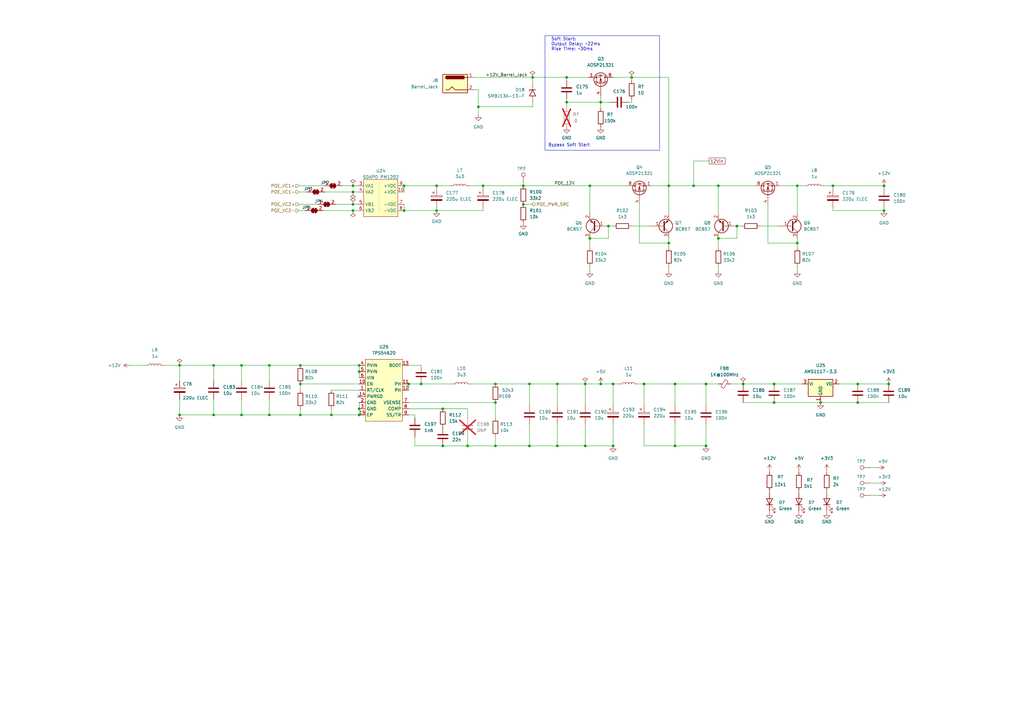
<source format=kicad_sch>
(kicad_sch (version 20230121) (generator eeschema)
  (paper "A3")
  (title_block (title "digital supply") (date "2023-11-27") (rev "r0_3") (company "M-Labs Limited") (comment 1 "Linus Woo Chun Kit"))
  (junction (at 259.08 31.75))
  (junction (at 87.63 149.86))
  (junction (at 179.07 86.36))
  (junction (at 165.735 86.36))
  (junction (at 364.49 157.48))
  (junction (at 241.935 97.79))
  (junction (at 276.86 157.48))
  (junction (at 144.78 76.2))
  (junction (at 181.61 182.88))
  (junction (at 274.32 99.695))
  (junction (at 147.32 167.64))
  (junction (at 241.935 76.2))
  (junction (at 251.46 182.88))
  (junction (at 181.61 167.64))
  (junction (at 144.78 83.82))
  (junction (at 284.48 76.2))
  (junction (at 246.38 157.48))
  (junction (at 317.5 165.1))
  (junction (at 228.6 157.48))
  (junction (at 203.2 157.48))
  (junction (at 362.585 86.36))
  (junction (at 251.46 157.48))
  (junction (at 110.49 170.18))
  (junction (at 144.78 86.36))
  (junction (at 167.64 157.48))
  (junction (at 274.32 76.2))
  (junction (at 135.89 170.18))
  (junction (at 73.66 170.18))
  (junction (at 214.63 83.82))
  (junction (at 302.26 92.71))
  (junction (at 246.38 41.91))
  (junction (at 196.215 43.815))
  (junction (at 240.03 182.88))
  (junction (at 147.32 149.86))
  (junction (at 203.2 182.88))
  (junction (at 336.55 165.1))
  (junction (at 240.03 157.48))
  (junction (at 249.555 92.71))
  (junction (at 110.49 149.86))
  (junction (at 351.79 165.1))
  (junction (at 294.64 97.79))
  (junction (at 123.19 170.18))
  (junction (at 317.5 157.48))
  (junction (at 289.56 157.48))
  (junction (at 351.79 157.48))
  (junction (at 203.2 165.1))
  (junction (at 327.025 76.2))
  (junction (at 217.17 182.88))
  (junction (at 214.63 76.2))
  (junction (at 304.8 157.48))
  (junction (at 217.17 157.48))
  (junction (at 179.07 76.2))
  (junction (at 87.63 170.18))
  (junction (at 232.41 31.75))
  (junction (at 362.585 76.2))
  (junction (at 144.78 78.74))
  (junction (at 123.19 149.86))
  (junction (at 341.63 76.2))
  (junction (at 73.66 149.86))
  (junction (at 165.735 76.2))
  (junction (at 218.44 31.75))
  (junction (at 327.025 99.695))
  (junction (at 99.06 170.18))
  (junction (at 294.64 76.2))
  (junction (at 289.56 182.88))
  (junction (at 232.41 41.91))
  (junction (at 147.32 152.4))
  (junction (at 228.6 182.88))
  (junction (at 191.77 182.88))
  (junction (at 99.06 149.86))
  (junction (at 123.19 157.48))
  (junction (at 276.86 182.88))
  (junction (at 147.32 170.18))
  (junction (at 172.72 157.48))
  (junction (at 198.12 76.2))
  (junction (at 264.16 157.48))
  (no_connect (at 147.32 162.56))
  (wire (pts (xy 337.82 76.2) (xy 341.63 76.2)))
  (wire (pts (xy 135.89 167.64) (xy 135.89 170.18)))
  (wire (pts (xy 294.64 76.2) (xy 309.88 76.2)))
  (wire (pts (xy 362.585 77.47) (xy 362.585 76.2)))
  (wire (pts (xy 87.63 149.86) (xy 99.06 149.86)))
  (wire (pts (xy 147.32 165.1) (xy 147.32 167.64)))
  (wire (pts (xy 165.735 86.36) (xy 179.07 86.36)))
  (wire (pts (xy 144.78 83.82) (xy 146.685 83.82)))
  (wire (pts (xy 140.335 76.2) (xy 144.78 76.2)))
  (wire (pts (xy 327.025 76.2) (xy 327.025 87.63)))
  (wire (pts (xy 110.49 149.86) (xy 123.19 149.86)))
  (wire (pts (xy 99.06 163.83) (xy 99.06 170.18)))
  (wire (pts (xy 339.09 209.55) (xy 339.09 210.185)))
  (wire (pts (xy 264.16 157.48) (xy 276.86 157.48)))
  (wire (pts (xy 241.935 76.2) (xy 257.175 76.2)))
  (wire (pts (xy 165.735 83.82) (xy 165.735 86.36)))
  (wire (pts (xy 294.64 97.79) (xy 294.64 101.6)))
  (wire (pts (xy 135.89 160.02) (xy 147.32 160.02)))
  (wire (pts (xy 228.6 182.88) (xy 240.03 182.88)))
  (wire (pts (xy 327.025 99.695) (xy 327.025 101.6)))
  (wire (pts (xy 218.44 31.75) (xy 194.31 31.75)))
  (wire (pts (xy 99.06 170.18) (xy 110.49 170.18)))
  (wire (pts (xy 110.49 170.18) (xy 123.19 170.18)))
  (wire (pts (xy 232.41 41.91) (xy 232.41 44.45)))
  (wire (pts (xy 192.405 76.2) (xy 198.12 76.2)))
  (wire (pts (xy 274.32 76.2) (xy 284.48 76.2)))
  (wire (pts (xy 341.63 76.2) (xy 362.585 76.2)))
  (wire (pts (xy 304.8 165.1) (xy 317.5 165.1)))
  (wire (pts (xy 170.18 179.07) (xy 170.18 182.88)))
  (wire (pts (xy 203.2 182.88) (xy 203.2 179.07)))
  (wire (pts (xy 181.61 167.64) (xy 191.77 167.64)))
  (wire (pts (xy 217.17 157.48) (xy 217.17 166.37)))
  (wire (pts (xy 53.34 149.86) (xy 59.69 149.86)))
  (wire (pts (xy 267.335 76.2) (xy 274.32 76.2)))
  (wire (pts (xy 122.555 83.82) (xy 130.175 83.82)))
  (wire (pts (xy 246.38 41.91) (xy 250.19 41.91)))
  (wire (pts (xy 147.32 149.86) (xy 147.32 152.4)))
  (wire (pts (xy 167.64 149.86) (xy 172.72 149.86)))
  (wire (pts (xy 123.19 157.48) (xy 123.19 160.02)))
  (wire (pts (xy 123.19 167.64) (xy 123.19 170.18)))
  (wire (pts (xy 73.66 163.83) (xy 73.66 170.18)))
  (wire (pts (xy 240.03 157.48) (xy 240.03 166.37)))
  (wire (pts (xy 132.715 86.36) (xy 144.78 86.36)))
  (wire (pts (xy 251.46 182.88) (xy 251.46 173.99)))
  (wire (pts (xy 259.08 40.64) (xy 259.08 41.91)))
  (wire (pts (xy 317.5 157.48) (xy 328.93 157.48)))
  (wire (pts (xy 276.86 157.48) (xy 289.56 157.48)))
  (wire (pts (xy 99.06 149.86) (xy 110.49 149.86)))
  (wire (pts (xy 320.04 76.2) (xy 327.025 76.2)))
  (wire (pts (xy 167.64 165.1) (xy 203.2 165.1)))
  (wire (pts (xy 284.48 76.2) (xy 294.64 76.2)))
  (wire (pts (xy 289.56 173.99) (xy 289.56 182.88)))
  (wire (pts (xy 251.46 157.48) (xy 251.46 166.37)))
  (wire (pts (xy 274.32 76.2) (xy 274.32 87.63)))
  (wire (pts (xy 123.19 157.48) (xy 147.32 157.48)))
  (wire (pts (xy 196.215 36.83) (xy 194.31 36.83)))
  (wire (pts (xy 218.44 41.91) (xy 218.44 43.815)))
  (wire (pts (xy 87.63 170.18) (xy 99.06 170.18)))
  (wire (pts (xy 135.89 170.18) (xy 147.32 170.18)))
  (wire (pts (xy 351.79 157.48) (xy 364.49 157.48)))
  (wire (pts (xy 179.07 76.2) (xy 179.07 77.47)))
  (wire (pts (xy 327.025 76.2) (xy 330.2 76.2)))
  (wire (pts (xy 123.19 149.86) (xy 147.32 149.86)))
  (wire (pts (xy 276.86 166.37) (xy 276.86 157.48)))
  (wire (pts (xy 144.78 78.74) (xy 146.685 78.74)))
  (wire (pts (xy 276.86 182.88) (xy 289.56 182.88)))
  (wire (pts (xy 232.41 40.64) (xy 232.41 41.91)))
  (wire (pts (xy 73.66 156.21) (xy 73.66 149.86)))
  (wire (pts (xy 232.41 41.91) (xy 246.38 41.91)))
  (wire (pts (xy 214.63 74.93) (xy 214.63 76.2)))
  (wire (pts (xy 198.12 76.2) (xy 214.63 76.2)))
  (wire (pts (xy 294.64 109.22) (xy 294.64 111.125)))
  (wire (pts (xy 122.555 86.36) (xy 125.095 86.36)))
  (wire (pts (xy 259.08 31.75) (xy 259.08 33.02)))
  (wire (pts (xy 217.17 157.48) (xy 228.6 157.48)))
  (wire (pts (xy 232.41 31.75) (xy 232.41 33.02)))
  (wire (pts (xy 259.08 41.91) (xy 257.81 41.91)))
  (wire (pts (xy 356.87 203.2) (xy 360.68 203.2)))
  (wire (pts (xy 246.38 39.37) (xy 246.38 41.91)))
  (wire (pts (xy 362.585 85.09) (xy 362.585 86.36)))
  (wire (pts (xy 203.2 157.48) (xy 217.17 157.48)))
  (wire (pts (xy 344.17 157.48) (xy 351.79 157.48)))
  (wire (pts (xy 123.19 170.18) (xy 135.89 170.18)))
  (wire (pts (xy 339.09 193.675) (xy 339.09 193.04)))
  (wire (pts (xy 198.12 76.2) (xy 198.12 77.47)))
  (wire (pts (xy 170.18 182.88) (xy 181.61 182.88)))
  (wire (pts (xy 294.64 76.2) (xy 294.64 87.63)))
  (wire (pts (xy 284.48 66.04) (xy 284.48 76.2)))
  (wire (pts (xy 290.83 66.04) (xy 284.48 66.04)))
  (wire (pts (xy 218.44 31.75) (xy 218.44 34.29)))
  (wire (pts (xy 191.77 182.88) (xy 203.2 182.88)))
  (wire (pts (xy 172.72 157.48) (xy 185.42 157.48)))
  (wire (pts (xy 261.62 157.48) (xy 264.16 157.48)))
  (wire (pts (xy 315.595 201.93) (xy 315.595 201.295)))
  (wire (pts (xy 251.46 31.75) (xy 259.08 31.75)))
  (wire (pts (xy 327.025 109.22) (xy 327.025 111.125)))
  (wire (pts (xy 110.49 163.83) (xy 110.49 170.18)))
  (wire (pts (xy 314.96 99.695) (xy 327.025 99.695)))
  (wire (pts (xy 249.555 92.71) (xy 251.46 92.71)))
  (wire (pts (xy 341.63 76.2) (xy 341.63 77.47)))
  (wire (pts (xy 203.2 182.88) (xy 217.17 182.88)))
  (wire (pts (xy 254 157.48) (xy 251.46 157.48)))
  (wire (pts (xy 360.045 191.77) (xy 356.87 191.77)))
  (wire (pts (xy 196.215 43.815) (xy 218.44 43.815)))
  (wire (pts (xy 246.38 41.91) (xy 246.38 44.45)))
  (wire (pts (xy 241.935 97.79) (xy 241.935 101.6)))
  (wire (pts (xy 198.12 85.09) (xy 198.12 86.36)))
  (wire (pts (xy 241.935 76.2) (xy 241.935 87.63)))
  (wire (pts (xy 314.96 83.82) (xy 314.96 99.695)))
  (wire (pts (xy 228.6 157.48) (xy 240.03 157.48)))
  (wire (pts (xy 264.16 182.88) (xy 264.16 173.99)))
  (wire (pts (xy 73.66 149.86) (xy 87.63 149.86)))
  (wire (pts (xy 315.595 193.675) (xy 315.595 193.04)))
  (wire (pts (xy 262.255 83.82) (xy 262.255 99.695)))
  (wire (pts (xy 179.07 86.36) (xy 179.07 85.09)))
  (wire (pts (xy 179.07 76.2) (xy 184.785 76.2)))
  (wire (pts (xy 147.32 167.64) (xy 147.32 170.18)))
  (wire (pts (xy 299.72 157.48) (xy 304.8 157.48)))
  (wire (pts (xy 196.215 43.815) (xy 196.215 36.83)))
  (wire (pts (xy 274.32 109.22) (xy 274.32 111.125)))
  (wire (pts (xy 241.935 109.22) (xy 241.935 111.125)))
  (wire (pts (xy 144.78 76.2) (xy 146.685 76.2)))
  (wire (pts (xy 232.41 31.75) (xy 241.3 31.75)))
  (wire (pts (xy 87.63 149.86) (xy 87.63 156.21)))
  (wire (pts (xy 165.735 76.2) (xy 165.735 78.74)))
  (wire (pts (xy 317.5 165.1) (xy 336.55 165.1)))
  (wire (pts (xy 203.2 171.45) (xy 203.2 165.1)))
  (wire (pts (xy 339.09 201.295) (xy 339.09 201.93)))
  (wire (pts (xy 167.64 157.48) (xy 172.72 157.48)))
  (wire (pts (xy 122.555 76.2) (xy 132.715 76.2)))
  (wire (pts (xy 137.795 83.82) (xy 144.78 83.82)))
  (wire (pts (xy 147.32 152.4) (xy 147.32 154.94)))
  (wire (pts (xy 170.18 170.18) (xy 170.18 171.45)))
  (wire (pts (xy 193.04 157.48) (xy 203.2 157.48)))
  (wire (pts (xy 241.935 97.79) (xy 249.555 97.79)))
  (wire (pts (xy 133.35 78.74) (xy 144.78 78.74)))
  (wire (pts (xy 198.12 86.36) (xy 179.07 86.36)))
  (wire (pts (xy 214.63 83.82) (xy 218.44 83.82)))
  (wire (pts (xy 144.78 86.36) (xy 146.685 86.36)))
  (wire (pts (xy 327.66 193.04) (xy 327.66 193.675)))
  (wire (pts (xy 228.6 157.48) (xy 228.6 166.37)))
  (wire (pts (xy 218.44 31.75) (xy 232.41 31.75)))
  (wire (pts (xy 264.16 182.88) (xy 276.86 182.88)))
  (wire (pts (xy 87.63 163.83) (xy 87.63 170.18)))
  (wire (pts (xy 191.77 182.88) (xy 191.77 179.07)))
  (wire (pts (xy 249.555 97.79) (xy 249.555 92.71)))
  (wire (pts (xy 294.64 97.79) (xy 302.26 97.79)))
  (wire (pts (xy 240.03 173.99) (xy 240.03 182.88)))
  (wire (pts (xy 217.17 173.99) (xy 217.17 182.88)))
  (wire (pts (xy 167.64 170.18) (xy 170.18 170.18)))
  (wire (pts (xy 327.025 97.79) (xy 327.025 99.695)))
  (wire (pts (xy 165.735 76.2) (xy 179.07 76.2)))
  (wire (pts (xy 315.595 210.185) (xy 315.595 209.55)))
  (wire (pts (xy 246.38 157.48) (xy 251.46 157.48)))
  (wire (pts (xy 181.61 182.88) (xy 191.77 182.88)))
  (wire (pts (xy 341.63 86.36) (xy 362.585 86.36)))
  (wire (pts (xy 327.66 210.185) (xy 327.66 209.55)))
  (wire (pts (xy 73.66 170.18) (xy 87.63 170.18)))
  (wire (pts (xy 276.86 173.99) (xy 276.86 182.88)))
  (wire (pts (xy 302.26 92.71) (xy 304.165 92.71)))
  (wire (pts (xy 67.31 149.86) (xy 73.66 149.86)))
  (wire (pts (xy 228.6 173.99) (xy 228.6 182.88)))
  (wire (pts (xy 110.49 149.86) (xy 110.49 156.21)))
  (wire (pts (xy 264.16 166.37) (xy 264.16 157.48)))
  (wire (pts (xy 191.77 167.64) (xy 191.77 171.45)))
  (wire (pts (xy 327.66 201.93) (xy 327.66 201.295)))
  (wire (pts (xy 360.68 198.12) (xy 356.87 198.12)))
  (wire (pts (xy 240.03 182.88) (xy 251.46 182.88)))
  (wire (pts (xy 274.32 99.695) (xy 274.32 101.6)))
  (wire (pts (xy 122.555 78.74) (xy 125.73 78.74)))
  (wire (pts (xy 262.255 99.695) (xy 274.32 99.695)))
  (wire (pts (xy 341.63 86.36) (xy 341.63 85.09)))
  (wire (pts (xy 351.79 165.1) (xy 364.49 165.1)))
  (wire (pts (xy 167.64 167.64) (xy 181.61 167.64)))
  (wire (pts (xy 304.8 157.48) (xy 317.5 157.48)))
  (wire (pts (xy 274.32 31.75) (xy 274.32 76.2)))
  (wire (pts (xy 259.08 92.71) (xy 266.7 92.71)))
  (wire (pts (xy 99.06 156.21) (xy 99.06 149.86)))
  (wire (pts (xy 311.785 92.71) (xy 319.405 92.71)))
  (wire (pts (xy 289.56 157.48) (xy 294.64 157.48)))
  (wire (pts (xy 302.26 97.79) (xy 302.26 92.71)))
  (wire (pts (xy 167.64 157.48) (xy 167.64 160.02)))
  (wire (pts (xy 259.08 31.75) (xy 274.32 31.75)))
  (wire (pts (xy 214.63 76.2) (xy 241.935 76.2)))
  (wire (pts (xy 274.32 97.79) (xy 274.32 99.695)))
  (wire (pts (xy 240.03 157.48) (xy 246.38 157.48)))
  (wire (pts (xy 217.17 182.88) (xy 228.6 182.88)))
  (wire (pts (xy 196.215 46.99) (xy 196.215 43.815)))
  (wire (pts (xy 289.56 166.37) (xy 289.56 157.48)))
  (wire (pts (xy 336.55 165.1) (xy 351.79 165.1)))
  (rectangle (start 223.52 14.605) (end 270.51 61.595))
  (text "Bypass Soft Start" (at 241.935 60.325 0) (effects (font (size 1.27 1.27)) (justify right bottom)))
  (text "Soft Start:\nOutput Delay: ~22ms\nRise Time: ~30ms\n" (at 226.06 20.955 0) (effects (font (size 1.27 1.27)) (justify left bottom)))
  (label "POE_12V" (at 227.33 76.2 0))
  (label "+12V_Barrel_Jack" (at 199.136 31.75 0))
  (global_label "12Vin" (shape passive) (at 290.83 66.04 0) (property "Intersheetrefs" "${INTERSHEET_REFS}" (effects hide)))
  (hierarchical_label "POE_PWR_SRC" (shape output) (at 218.44 83.82 0))
  (hierarchical_label "POE_VC2+" (shape input) (at 122.555 83.82 180))
  (hierarchical_label "POE_VC2-" (shape input) (at 122.555 86.36 180))
  (hierarchical_label "POE_VC1-" (shape input) (at 122.555 78.74 180))
  (hierarchical_label "POE_VC1+" (shape input) (at 122.555 76.2 180))
  (symbol (lib_id "Device:L") (at 189.23 157.48 90) (unit 1)
    (property "Reference" "L10" (at 189.23 151.13 90))
    (property "Value" "3u3" (at 189.23 153.67 90))
    (property "Footprint" "Inductor_SMD:L_Wuerth_MAPI-4020" (effects hide))
    (property "MFR_PN" "74438356033" (effects hide))
  )
  (symbol (lib_id "Device:C") (at 276.86 170.18 0) (unit 1)
    (property "Reference" "C195" (at 280.67 168.9099 0) (effects (justify left)))
    (property "Value" "10u" (at 280.67 171.4499 0) (effects (justify left)))
    (property "Footprint" "Capacitor_SMD:C_0805_2012Metric" (effects hide))
    (property "MFR_PN" "CL21B106KOQNNNG" (effects hide))
    (property "MFR_PN_ALT" "CL21B106KOQNNNE" (effects hide))
  )
  (symbol (lib_id "Device:C") (at 362.585 81.28 0) (unit 1)
    (property "Reference" "C180" (at 366.395 80.0099 0) (effects (justify left)))
    (property "Value" "100n" (at 366.395 82.5499 0) (effects (justify left)))
    (property "Footprint" "Capacitor_SMD:C_0603_1608Metric" (effects hide))
    (property "MFR_PN" "CL10B104KB8NNWC" (effects hide))
    (property "MFR_PN_ALT" "CL10B104KB8NNNL" (effects hide))
  )
  (symbol (lib_id "power:+5V") (at 327.66 193.04 0) (unit 1)
    (property "Reference" "#PWR0211" (effects hide))
    (property "Value" "+5V" (at 327.66 187.96 0))
  )
  (symbol (lib_id "Jumper:SolderJumper_2_Bridged") (at 136.525 76.2 0) (unit 1) (in_bom no)
    (property "Reference" "JP2" (at 133.35 74.93 0))
    (property "Value" "SolderJumper_2_Bridged" (effects hide))
    (property "Footprint" "Jumper:SolderJumper-2_P1.3mm_Bridged2Bar_Pad1.0x1.5mm" (effects hide))
  )
  (symbol (lib_id "Device:C_Polarized") (at 341.63 81.28 0) (unit 1)
    (property "Reference" "C179" (at 345.44 79.121 0) (effects (justify left)))
    (property "Value" "220u ELEC" (at 345.44 81.661 0) (effects (justify left)))
    (property "Footprint" "kirdy:Cap_Elec_SMD_865080345012" (effects hide))
    (property "MFR_PN" "865080345012" (effects hide))
  )
  (symbol (lib_id "Device:C_Polarized") (at 179.07 81.28 0) (unit 1)
    (property "Reference" "C177" (at 182.88 79.121 0) (effects (justify left)))
    (property "Value" "220u ELEC" (at 182.88 81.661 0) (effects (justify left)))
    (property "Footprint" "kirdy:Cap_Elec_SMD_865080345012" (effects hide))
    (property "MFR_PN" "865080345012" (effects hide))
    (instances (project "kirdy" (path "" (reference "C177") (unit 1)) (path "" (reference "C?") (unit 1))))
  )
  (symbol (lib_id "Device:R") (at 294.64 105.41 0) (unit 1)
    (property "Reference" "R106" (at 296.545 104.1399 0) (effects (justify left)))
    (property "Value" "33k2" (at 296.545 106.6799 0) (effects (justify left)))
    (property "Footprint" "Resistor_SMD:R_0603_1608Metric" (effects hide))
    (property "MFR_PN" "CR0603-FX-3322ELF" (effects hide))
    (property "MFR_PN_ALT" "RC0603FR-0733K2L" (effects hide))
  )
  (symbol (lib_id "Device:C") (at 170.18 175.26 0) (unit 1)
    (property "Reference" "C197" (at 173.99 173.9899 0) (effects (justify left)))
    (property "Value" "1n6" (at 173.99 176.5299 0) (effects (justify left)))
    (property "Footprint" "Capacitor_SMD:C_0603_1608Metric" (effects hide))
    (property "MFR_PN" "GCM1885C1H162FA16D" (effects hide))
    (property "MFR_PN_ALT" "C0603C162J5GAC7867" (effects hide))
  )
  (symbol (lib_id "Device:C_Polarized") (at 264.16 170.18 0) (unit 1)
    (property "Reference" "C194" (at 267.97 168.0209 0) (effects (justify left)))
    (property "Value" "220u" (at 267.97 170.5609 0) (effects (justify left)))
    (property "Footprint" "Capacitor_Tantalum_SMD:CP_EIA-7343-15_Kemet-W" (effects hide))
    (property "MFR_PN" "T491D227K016AT" (effects hide))
    (property "MFR_PN_ALT" "293D227X9016E2TE3" (effects hide))
  )
  (symbol (lib_id "Transistor_BJT:BC857") (at 324.485 92.71 0) (mirror x) (unit 1)
    (property "Reference" "Q9" (at 329.565 91.4399 0) (effects (justify left)))
    (property "Value" "BC857" (at 329.565 93.9799 0) (effects (justify left)))
    (property "Footprint" "Package_TO_SOT_SMD:SOT-23" (effects hide))
    (property "Datasheet" "https://www.onsemi.com/pub/Collateral/BC860-D.pdf" (effects hide))
    (property "MFR_PN" "BC857B-TP" (effects hide))
    (property "MFR_PN_ALT" "BC857C-TP" (effects hide))
  )
  (symbol (lib_id "Device:C") (at 240.03 170.18 0) (unit 1)
    (property "Reference" "C192" (at 243.84 168.9099 0) (effects (justify left)))
    (property "Value" "10u" (at 243.84 171.4499 0) (effects (justify left)))
    (property "Footprint" "Capacitor_SMD:C_0805_2012Metric" (effects hide))
    (property "MFR_PN" "CL21B106KOQNNNG" (effects hide))
    (property "MFR_PN_ALT" "CL21B106KOQNNNE" (effects hide))
  )
  (symbol (lib_id "power:+12V") (at 315.595 193.04 0) (unit 1)
    (property "Reference" "#PWR0210" (effects hide))
    (property "Value" "+12V" (at 315.595 187.96 0))
  )
  (symbol (lib_id "power:GND") (at 196.215 46.99 0) (mirror y) (unit 1)
    (property "Reference" "#PWR0191" (effects hide))
    (property "Value" "GND" (at 196.215 52.07 0))
  )
  (symbol (lib_id "power:GND") (at 274.32 111.125 0) (unit 1)
    (property "Reference" "#PWR0199" (effects hide))
    (property "Value" "GND" (at 274.32 116.205 0))
  )
  (symbol (lib_id "Device:R") (at 181.61 171.45 0) (unit 1)
    (property "Reference" "R112" (at 184.15 170.1799 0) (effects (justify left)))
    (property "Value" "15k" (at 184.15 172.7199 0) (effects (justify left)))
    (property "Footprint" "Resistor_SMD:R_0603_1608Metric" (effects hide))
    (property "MFR_PN" "RT0603FRE0715KL" (effects hide))
  )
  (symbol (lib_id "Device:C") (at 304.8 161.29 0) (unit 1)
    (property "Reference" "C186" (at 308.61 160.0199 0) (effects (justify left)))
    (property "Value" "10u" (at 308.61 162.5599 0) (effects (justify left)))
    (property "Footprint" "Capacitor_SMD:C_0805_2012Metric" (effects hide))
    (property "MFR_PN" "CL21B106KOQNNNG" (effects hide))
    (property "MFR_PN_ALT" "CL21B106KOQNNNE" (effects hide))
  )
  (symbol (lib_id "Device:C") (at 351.79 161.29 0) (unit 1)
    (property "Reference" "C188" (at 355.6 160.0199 0) (effects (justify left)))
    (property "Value" "100n" (at 355.6 162.5599 0) (effects (justify left)))
    (property "Footprint" "Capacitor_SMD:C_0603_1608Metric" (effects hide))
    (property "MFR_PN" "CL10B104KB8NNWC" (effects hide))
    (property "MFR_PN_ALT" "CL10B104KB8NNNL" (effects hide))
  )
  (symbol (lib_id "power:+12V") (at 362.585 76.2 0) (unit 1)
    (property "Reference" "#PWR0194" (effects hide))
    (property "Value" "+12V" (at 362.585 71.12 0))
  )
  (symbol (lib_id "power:PWR_FLAG") (at 304.8 157.48 0) (unit 1)
    (property "Reference" "#FLG027" (effects hide))
    (property "Value" "PWR_FLAG" (effects hide))
  )
  (symbol (lib_id "power:GND") (at 241.935 111.125 0) (unit 1)
    (property "Reference" "#PWR0198" (effects hide))
    (property "Value" "GND" (at 241.935 116.205 0))
  )
  (symbol (lib_id "Device:L") (at 188.595 76.2 90) (unit 1)
    (property "Reference" "L7" (at 188.595 69.85 90))
    (property "Value" "3u3" (at 188.595 72.39 90))
    (property "Footprint" "Inductor_SMD:L_Wuerth_MAPI-4020" (effects hide))
    (property "MFR_PN" "74438356033" (effects hide))
  )
  (symbol (lib_id "Device:C") (at 87.63 160.02 0) (unit 1)
    (property "Reference" "C183" (at 91.44 158.7499 0) (effects (justify left)))
    (property "Value" "10u" (at 91.44 161.2899 0) (effects (justify left)))
    (property "Footprint" "Capacitor_SMD:C_0805_2012Metric" (effects hide))
    (property "MFR_PN" "CL21B106KOQNNNG" (effects hide))
    (property "MFR_PN_ALT" "CL21B106KOQNNNE" (effects hide))
  )
  (symbol (lib_id "power:PWR_FLAG") (at 144.78 86.36 180) (unit 1)
    (property "Reference" "#FLG024" (effects hide))
    (property "Value" "PWR_FLAG" (effects hide))
  )
  (symbol (lib_id "Device:R") (at 123.19 153.67 0) (unit 1)
    (property "Reference" "R108" (at 125.095 152.3999 0) (effects (justify left)))
    (property "Value" "82k" (at 125.095 154.9399 0) (effects (justify left)))
    (property "Footprint" "Resistor_SMD:R_0603_1608Metric" (effects hide))
    (property "MFR_PN" "CRGCQ0603F82K" (effects hide))
    (property "MFR_PN_ALT" "RMCF0603FT82K0" (effects hide))
  )
  (symbol (lib_id "Connector:TestPoint") (at 356.87 203.2 90) (unit 1) (in_bom no)
    (property "Reference" "TP?" (at 354.965 200.66 90) (effects (justify left)))
    (property "Value" "TestPoint" (effects hide))
    (property "Footprint" "TestPoint:TestPoint_Pad_1.0x1.0mm" (effects hide))
    (instances (project "kirdy" (path "" (reference "TP?") (unit 1)) (path "" (reference "TP?") (unit 1)) (path "" (reference "TP15") (unit 1))))
  )
  (symbol (lib_id "Device:C_Polarized") (at 251.46 170.18 0) (unit 1)
    (property "Reference" "C193" (at 255.27 168.0209 0) (effects (justify left)))
    (property "Value" "220u" (at 255.27 170.5609 0) (effects (justify left)))
    (property "Footprint" "Capacitor_Tantalum_SMD:CP_EIA-7343-15_Kemet-W" (effects hide))
    (property "MFR_PN" "T491D227K016AT" (effects hide))
    (property "MFR_PN_ALT" "293D227X9016E2TE3" (effects hide))
  )
  (symbol (lib_id "kirdy:PM1202") (at 155.575 83.82 0) (unit 1)
    (property "Reference" "U24" (at 156.21 70.0872 0))
    (property "Value" "SDAPO PM1202" (at 156.21 72.6241 0))
    (property "Footprint" "kirdy:PM1202" (effects hide))
    (property "Datasheet" "https://www.sdapo.net/product/product-12-386.html" (effects hide))
    (property "MFR_PN" "PM1202" (effects hide))
    (property "Comment" "https://m.tb.cn/h.5mqugBw?tk=N0blWf9e2cn" (effects hide))
  )
  (symbol (lib_id "Device:R") (at 307.975 92.71 90) (unit 1)
    (property "Reference" "R103" (at 307.975 86.36 90))
    (property "Value" "1k3" (at 307.975 88.9 90))
    (property "Footprint" "Resistor_SMD:R_0603_1608Metric" (effects hide))
    (property "MFR_PN" "RC0603FR-071K3L" (effects hide))
    (property "MFR_PN_ALT" "CRCW06031K30FKEAC" (effects hide))
  )
  (symbol (lib_id "Device:C") (at 172.72 153.67 0) (unit 1)
    (property "Reference" "C181" (at 176.53 152.3999 0) (effects (justify left)))
    (property "Value" "100n" (at 176.53 154.9399 0) (effects (justify left)))
    (property "Footprint" "Capacitor_SMD:C_0603_1608Metric" (effects hide))
    (property "MFR_PN" "CL10B104KB8NNWC" (effects hide))
    (property "MFR_PN_ALT" "CL10B104KB8NNNL" (effects hide))
  )
  (symbol (lib_id "Device:R") (at 232.41 48.26 180) (unit 1) (dnp yes)
    (property "Reference" "R?" (at 236.22 46.99 0))
    (property "Value" "0" (at 236.22 49.53 0))
    (property "Footprint" "Resistor_SMD:R_0603_1608Metric" (effects hide))
    (property "MFR_PN" "RMCF0603ZT0R00" (effects hide))
    (property "MFR_PN_ALT" "CR0603-J/-000ELF" (effects hide))
    (instances (project "kirdy" (path "" (reference "R?") (unit 1)) (path "" (reference "R98") (unit 1))))
  )
  (symbol (lib_id "Diode:SM6T15A") (at 218.44 38.1 90) (mirror x) (unit 1)
    (property "Reference" "D18" (at 215.265 36.8299 90) (effects (justify left)))
    (property "Value" "SMBJ13A-13-F" (at 215.265 39.3699 90) (effects (justify left)))
    (property "Footprint" "Diode_SMD:D_SMB" (effects hide))
    (property "Datasheet" "https://www.st.com/resource/en/datasheet/sm6t.pdf" (effects hide))
    (property "MFR_PN" "SMBJ13A-13-F" (effects hide))
    (property "MFR_PN_ALT" "P6SMB16A" (effects hide))
  )
  (symbol (lib_id "power:PWR_FLAG") (at 144.78 78.74 180) (unit 1)
    (property "Reference" "#FLG022" (effects hide))
    (property "Value" "PWR_FLAG" (effects hide))
  )
  (symbol (lib_id "Device:LED") (at 315.595 205.74 90) (unit 1)
    (property "Reference" "D?" (at 319.405 206.0575 90) (effects (justify right)))
    (property "Value" "Green" (at 319.405 208.5975 90) (effects (justify right)))
    (property "Footprint" "LED_SMD:LED_0603_1608Metric" (effects hide))
    (property "MFR_PN" "150060GS75000" (effects hide))
    (instances (project "kirdy" (path "" (reference "D?") (unit 1)) (path "" (reference "D19") (unit 1))))
  )
  (symbol (lib_id "power:PWR_FLAG") (at 144.78 83.82 0) (unit 1)
    (property "Reference" "#FLG023" (effects hide))
    (property "Value" "PWR_FLAG" (effects hide))
  )
  (symbol (lib_id "Jumper:SolderJumper_2_Bridged") (at 128.905 86.36 0) (unit 1) (in_bom no)
    (property "Reference" "JP5" (at 125.73 85.09 0))
    (property "Value" "SolderJumper_2_Bridged" (effects hide))
    (property "Footprint" "Jumper:SolderJumper-2_P1.3mm_Bridged2Bar_Pad1.0x1.5mm" (effects hide))
  )
  (symbol (lib_id "Device:C") (at 228.6 170.18 0) (unit 1)
    (property "Reference" "C191" (at 232.41 168.9099 0) (effects (justify left)))
    (property "Value" "10u" (at 232.41 171.4499 0) (effects (justify left)))
    (property "Footprint" "Capacitor_SMD:C_0805_2012Metric" (effects hide))
    (property "MFR_PN" "CL21B106KOQNNNG" (effects hide))
    (property "MFR_PN_ALT" "CL21B106KOQNNNE" (effects hide))
  )
  (symbol (lib_id "Device:R") (at 203.2 161.29 180) (unit 1)
    (property "Reference" "R109" (at 207.01 162.56 0))
    (property "Value" "52k3" (at 208.28 160.02 0))
    (property "Footprint" "Resistor_SMD:R_0603_1608Metric" (effects hide))
    (property "MFR_PN" "CR0603-FX-5232ELF" (effects hide))
    (property "MFR_PN_ALT" "ERJ-3EKF5232V" (effects hide))
  )
  (symbol (lib_id "Device:C") (at 191.77 175.26 0) (unit 1) (dnp yes)
    (property "Reference" "C198" (at 195.58 173.9899 0) (effects (justify left)))
    (property "Value" "DNP" (at 195.58 176.5299 0) (effects (justify left)))
    (property "Footprint" "Capacitor_SMD:C_0603_1608Metric" (effects hide))
  )
  (symbol (lib_id "power:PWR_FLAG") (at 259.08 31.75 0) (mirror y) (unit 1)
    (property "Reference" "#FLG020" (effects hide))
    (property "Value" "PWR_FLAG" (effects hide))
  )
  (symbol (lib_id "Device:R") (at 214.63 80.01 0) (unit 1)
    (property "Reference" "R100" (at 217.17 78.7399 0) (effects (justify left)))
    (property "Value" "33k2" (at 217.17 81.2799 0) (effects (justify left)))
    (property "Footprint" "Resistor_SMD:R_0603_1608Metric" (effects hide))
    (property "MFR_PN" "CR0603-FX-3322ELF" (effects hide))
    (property "MFR_PN_ALT" "RC0603FR-0733K2L" (effects hide))
  )
  (symbol (lib_id "power:GND") (at 73.66 170.18 0) (unit 1)
    (property "Reference" "#PWR0206" (effects hide))
    (property "Value" "GND" (at 73.66 175.26 0))
  )
  (symbol (lib_id "Device:R") (at 255.27 92.71 90) (unit 1)
    (property "Reference" "R102" (at 255.27 86.36 90))
    (property "Value" "1k3" (at 255.27 88.9 90))
    (property "Footprint" "Resistor_SMD:R_0603_1608Metric" (effects hide))
    (property "MFR_PN" "RC0603FR-071K3L" (effects hide))
    (property "MFR_PN_ALT" "CRCW06031K30FKEAC" (effects hide))
  )
  (symbol (lib_id "Device:L") (at 257.81 157.48 90) (unit 1)
    (property "Reference" "L11" (at 257.81 151.13 90))
    (property "Value" "1u" (at 257.81 153.67 90))
    (property "Footprint" "Inductor_SMD:L_1008_2520Metric" (effects hide))
    (property "MFR_PN" "DFE252012F-1R0M=P2" (effects hide))
    (property "MFR_PN_ALT" "DFE252012P-1R0M=P2" (effects hide))
  )
  (symbol (lib_id "Device:LED") (at 327.66 205.74 90) (unit 1)
    (property "Reference" "D?" (at 331.47 206.0575 90) (effects (justify right)))
    (property "Value" "Green" (at 331.47 208.5975 90) (effects (justify right)))
    (property "Footprint" "LED_SMD:LED_0603_1608Metric" (effects hide))
    (property "MFR_PN" "150060GS75000" (effects hide))
    (instances (project "kirdy" (path "" (reference "D?") (unit 1)) (path "" (reference "D20") (unit 1))))
  )
  (symbol (lib_id "Device:R") (at 259.08 36.83 180) (unit 1)
    (property "Reference" "R?" (at 262.89 35.56 0))
    (property "Value" "10" (at 262.89 38.1 0))
    (property "Footprint" "Resistor_SMD:R_0603_1608Metric" (effects hide))
    (property "MFR_PN" "RT0603BRD0710RL" (effects hide))
    (property "MFR_PN_ALT" "WR06X10R0FTL" (effects hide))
    (instances (project "kirdy" (path "" (reference "R?") (unit 1)) (path "" (reference "R97") (unit 1))))
  )
  (symbol (lib_id "Device:C") (at 289.56 170.18 0) (unit 1)
    (property "Reference" "C196" (at 293.37 168.9099 0) (effects (justify left)))
    (property "Value" "100n" (at 293.37 171.4499 0) (effects (justify left)))
    (property "Footprint" "Capacitor_SMD:C_0603_1608Metric" (effects hide))
    (property "MFR_PN" "CL10B104KB8NNWC" (effects hide))
    (property "MFR_PN_ALT" "CL10B104KB8NNNL" (effects hide))
  )
  (symbol (lib_id "power:+5V") (at 246.38 157.48 0) (unit 1)
    (property "Reference" "#PWR0203" (effects hide))
    (property "Value" "+5V" (at 246.38 152.4 0))
  )
  (symbol (lib_id "Device:R") (at 241.935 105.41 0) (unit 1)
    (property "Reference" "R104" (at 243.84 104.1399 0) (effects (justify left)))
    (property "Value" "33k2" (at 243.84 106.6799 0) (effects (justify left)))
    (property "Footprint" "Resistor_SMD:R_0603_1608Metric" (effects hide))
    (property "MFR_PN" "CR0603-FX-3322ELF" (effects hide))
    (property "MFR_PN_ALT" "RC0603FR-0733K2L" (effects hide))
  )
  (symbol (lib_id "power:PWR_FLAG") (at 73.66 149.86 0) (unit 1)
    (property "Reference" "#FLG025" (effects hide))
    (property "Value" "PWR_FLAG" (effects hide))
  )
  (symbol (lib_id "Transistor_BJT:BC857") (at 297.18 92.71 180) (unit 1)
    (property "Reference" "Q8" (at 291.465 91.4399 0) (effects (justify left)))
    (property "Value" "BC857" (at 291.465 93.9799 0) (effects (justify left)))
    (property "Footprint" "Package_TO_SOT_SMD:SOT-23" (effects hide))
    (property "Datasheet" "https://www.onsemi.com/pub/Collateral/BC860-D.pdf" (effects hide))
    (property "MFR_PN" "BC857B-TP" (effects hide))
    (property "MFR_PN_ALT" "BC857C-TP" (effects hide))
  )
  (symbol (lib_id "power:GND") (at 327.025 111.125 0) (unit 1)
    (property "Reference" "#PWR0201" (effects hide))
    (property "Value" "GND" (at 327.025 116.205 0))
  )
  (symbol (lib_id "Device:R") (at 327.66 197.485 180) (unit 1)
    (property "Reference" "R?" (at 332.105 196.85 0))
    (property "Value" "5k1" (at 331.47 199.39 0))
    (property "Footprint" "Resistor_SMD:R_0603_1608Metric" (effects hide))
    (property "MFR_PN" "RMCF0603FT5K10" (effects hide))
    (property "MFR_PN_ALT" "CR0603-FX-5101ELF" (effects hide))
    (instances (project "kirdy" (path "" (reference "R?") (unit 1)) (path "" (reference "R?") (unit 1)) (path "" (reference "R115") (unit 1))))
  )
  (symbol (lib_id "Device:R") (at 203.2 175.26 0) (unit 1)
    (property "Reference" "R113" (at 205.105 173.9899 0) (effects (justify left)))
    (property "Value" "10k" (at 205.105 176.5299 0) (effects (justify left)))
    (property "Footprint" "Resistor_SMD:R_0603_1608Metric" (effects hide))
    (property "MFR_PN" "RNCP0603FTD10K0" (effects hide))
    (property "MFR_PN_ALT" "RMCF0603FT10K0" (effects hide))
  )
  (symbol (lib_id "Device:C_Polarized") (at 73.66 160.02 0) (unit 1)
    (property "Reference" "C76" (at 74.93 157.48 0) (effects (justify left)))
    (property "Value" "220u ELEC" (at 74.93 163.195 0) (effects (justify left)))
    (property "Footprint" "kirdy:Cap_Elec_SMD_865080345012" (effects hide))
    (property "MFR_PN" "865080345012" (effects hide))
  )
  (symbol (lib_id "Device:R") (at 339.09 197.485 180) (unit 1)
    (property "Reference" "R?" (at 341.63 196.215 0) (effects (justify right)))
    (property "Value" "2k" (at 341.63 198.755 0) (effects (justify right)))
    (property "Footprint" "Resistor_SMD:R_0603_1608Metric" (effects hide))
    (property "MFR_PN" "RC0603FR-072KL" (effects hide))
    (property "MFR_PN_ALT" "ERJ-3EKF2001V" (effects hide))
    (instances (project "kirdy" (path "" (reference "R?") (unit 1)) (path "" (reference "R?") (unit 1)) (path "" (reference "R116") (unit 1))))
  )
  (symbol (lib_id "Device:C") (at 181.61 179.07 0) (unit 1)
    (property "Reference" "C199" (at 185.42 177.7999 0) (effects (justify left)))
    (property "Value" "22n" (at 185.42 180.3399 0) (effects (justify left)))
    (property "Footprint" "Capacitor_SMD:C_0603_1608Metric" (effects hide))
    (property "MFR_PN" "06035C223JAT2A" (effects hide))
    (property "MFR_PN_ALT" "0603B223J250CT" (effects hide))
  )
  (symbol (lib_id "power:+3V3") (at 339.09 193.04 0) (unit 1)
    (property "Reference" "#PWR0212" (effects hide))
    (property "Value" "+3V3" (at 339.09 187.96 0))
  )
  (symbol (lib_id "Device:C") (at 254 41.91 90) (unit 1)
    (property "Reference" "C176" (at 254 37.465 90))
    (property "Value" "100n" (at 259.08 43.815 90))
    (property "Footprint" "Capacitor_SMD:C_0603_1608Metric" (effects hide))
    (property "MFR_PN" "CL10B104KB8NNWC" (effects hide))
    (property "MFR_PN_ALT" "CL10B104KB8NNNL" (effects hide))
  )
  (symbol (lib_id "Transistor_FET:FDS9435A") (at 246.38 34.29 270) (mirror x) (unit 1)
    (property "Reference" "Q3" (at 246.38 24.13 90))
    (property "Value" "AOSP21321" (at 246.38 26.67 90))
    (property "Footprint" "Package_SO:SOIC-8_3.9x4.9mm_P1.27mm" (effects hide))
    (property "Datasheet" "https://www.onsemi.com/pub/Collateral/FDS9435A-D.PDF" (effects hide))
    (property "MFR_PN" "AOSP21321" (effects hide))
    (property "MFR_PN_ALT" "AO4411" (effects hide))
  )
  (symbol (lib_id "power:GND") (at 179.07 86.36 0) (unit 1)
    (property "Reference" "#PWR0195" (effects hide))
    (property "Value" "GND" (at 179.07 90.8034 0))
  )
  (symbol (lib_id "power:PWR_FLAG") (at 144.78 76.2 0) (unit 1)
    (property "Reference" "#FLG021" (effects hide))
    (property "Value" "PWR_FLAG" (effects hide))
  )
  (symbol (lib_id "power:GND") (at 362.585 86.36 0) (unit 1)
    (property "Reference" "#PWR0196" (effects hide))
    (property "Value" "GND" (at 362.585 91.44 0))
  )
  (symbol (lib_id "Device:C") (at 110.49 160.02 0) (unit 1)
    (property "Reference" "C185" (at 114.3 158.7499 0) (effects (justify left)))
    (property "Value" "100n" (at 114.3 161.2899 0) (effects (justify left)))
    (property "Footprint" "Capacitor_SMD:C_0603_1608Metric" (effects hide))
    (property "MFR_PN" "CL10B104KB8NNWC" (effects hide))
    (property "MFR_PN_ALT" "CL10B104KB8NNNL" (effects hide))
  )
  (symbol (lib_id "power:GND") (at 214.63 91.44 0) (unit 1)
    (property "Reference" "#PWR0197" (effects hide))
    (property "Value" "GND" (at 214.63 95.885 0))
  )
  (symbol (lib_id "Device:L") (at 63.5 149.86 90) (unit 1)
    (property "Reference" "L9" (at 63.5 143.51 90))
    (property "Value" "1u" (at 63.5 146.05 90))
    (property "Footprint" "Inductor_SMD:L_1008_2520Metric" (effects hide))
    (property "MFR_PN" "DFE252012F-1R0M=P2" (effects hide))
    (property "MFR_PN_ALT" "DFE252012P-1R0M=P2" (effects hide))
  )
  (symbol (lib_id "Device:R") (at 135.89 163.83 0) (unit 1)
    (property "Reference" "R111" (at 137.795 162.5599 0) (effects (justify left)))
    (property "Value" "82k" (at 137.795 165.0999 0) (effects (justify left)))
    (property "Footprint" "Resistor_SMD:R_0603_1608Metric" (effects hide))
    (property "MFR_PN" "CRGCQ0603F82K" (effects hide))
    (property "MFR_PN_ALT" "RMCF0603FT82K0" (effects hide))
  )
  (symbol (lib_id "power:GND") (at 339.09 210.185 0) (unit 1)
    (property "Reference" "#PWR?" (effects hide))
    (property "Value" "GND" (at 339.09 213.995 0))
    (instances (project "kirdy" (path "" (reference "#PWR?") (unit 1)) (path "" (reference "#PWR0217") (unit 1))))
  )
  (symbol (lib_id "Jumper:SolderJumper_2_Bridged") (at 133.985 83.82 0) (unit 1) (in_bom no)
    (property "Reference" "JP4" (at 130.81 82.55 0))
    (property "Value" "SolderJumper_2_Bridged" (effects hide))
    (property "Footprint" "Jumper:SolderJumper-2_P1.3mm_Bridged2Bar_Pad1.0x1.5mm" (effects hide))
  )
  (symbol (lib_id "Jumper:SolderJumper_2_Bridged") (at 129.54 78.74 0) (unit 1) (in_bom no)
    (property "Reference" "JP3" (at 126.365 77.47 0))
    (property "Value" "SolderJumper_2_Bridged" (effects hide))
    (property "Footprint" "Jumper:SolderJumper-2_P1.3mm_Bridged2Bar_Pad1.0x1.5mm" (effects hide))
  )
  (symbol (lib_id "power:GND") (at 294.64 111.125 0) (unit 1)
    (property "Reference" "#PWR0200" (effects hide))
    (property "Value" "GND" (at 294.64 116.205 0))
  )
  (symbol (lib_id "Device:C") (at 217.17 170.18 0) (unit 1)
    (property "Reference" "C190" (at 220.98 168.9099 0) (effects (justify left)))
    (property "Value" "10u" (at 220.98 171.4499 0) (effects (justify left)))
    (property "Footprint" "Capacitor_SMD:C_0805_2012Metric" (effects hide))
    (property "MFR_PN" "CL21B106KOQNNNG" (effects hide))
    (property "MFR_PN_ALT" "CL21B106KOQNNNE" (effects hide))
  )
  (symbol (lib_id "Transistor_BJT:BC857") (at 244.475 92.71 180) (unit 1)
    (property "Reference" "Q6" (at 238.76 91.4399 0) (effects (justify left)))
    (property "Value" "BC857" (at 238.76 93.9799 0) (effects (justify left)))
    (property "Footprint" "Package_TO_SOT_SMD:SOT-23" (effects hide))
    (property "Datasheet" "https://www.onsemi.com/pub/Collateral/BC860-D.pdf" (effects hide))
    (property "MFR_PN" "BC857B-TP" (effects hide))
    (property "MFR_PN_ALT" "BC857C-TP" (effects hide))
  )
  (symbol (lib_id "power:GND") (at 251.46 182.88 0) (unit 1)
    (property "Reference" "#PWR0207" (effects hide))
    (property "Value" "GND" (at 251.46 187.96 0))
  )
  (symbol (lib_id "Device:R") (at 214.63 87.63 0) (unit 1)
    (property "Reference" "R101" (at 217.17 86.3599 0) (effects (justify left)))
    (property "Value" "10k" (at 217.17 88.8999 0) (effects (justify left)))
    (property "Footprint" "Resistor_SMD:R_0603_1608Metric" (effects hide))
    (property "MFR_PN" "RNCP0603FTD10K0" (effects hide))
    (property "MFR_PN_ALT" "RMCF0603FT10K0" (effects hide))
  )
  (symbol (lib_id "Connector:TestPoint") (at 214.63 74.93 0) (unit 1) (in_bom no)
    (property "Reference" "TP?" (at 212.09 69.215 0) (effects (justify left)))
    (property "Value" "TestPoint" (effects hide))
    (property "Footprint" "TestPoint:TestPoint_Pad_1.0x1.0mm" (effects hide))
    (instances (project "kirdy" (path "" (reference "TP?") (unit 1)) (path "" (reference "TP?") (unit 1)) (path "" (reference "TP12") (unit 1))))
  )
  (symbol (lib_id "Device:R") (at 274.32 105.41 0) (unit 1)
    (property "Reference" "R105" (at 276.225 104.1399 0) (effects (justify left)))
    (property "Value" "82k" (at 276.225 106.6799 0) (effects (justify left)))
    (property "Footprint" "Resistor_SMD:R_0603_1608Metric" (effects hide))
    (property "MFR_PN" "CRGCQ0603F82K" (effects hide))
    (property "MFR_PN_ALT" "RMCF0603FT82K0" (effects hide))
  )
  (symbol (lib_id "Device:C") (at 317.5 161.29 0) (unit 1)
    (property "Reference" "C187" (at 321.31 160.0199 0) (effects (justify left)))
    (property "Value" "100n" (at 321.31 162.5599 0) (effects (justify left)))
    (property "Footprint" "Capacitor_SMD:C_0603_1608Metric" (effects hide))
    (property "MFR_PN" "CL10B104KB8NNWC" (effects hide))
    (property "MFR_PN_ALT" "CL10B104KB8NNNL" (effects hide))
  )
  (symbol (lib_id "Device:LED") (at 339.09 205.74 90) (unit 1)
    (property "Reference" "D?" (at 342.9 206.0575 90) (effects (justify right)))
    (property "Value" "Green" (at 342.9 208.5975 90) (effects (justify right)))
    (property "Footprint" "LED_SMD:LED_0603_1608Metric" (effects hide))
    (property "MFR_PN" "150060GS75000" (effects hide))
    (instances (project "kirdy" (path "" (reference "D?") (unit 1)) (path "" (reference "D21") (unit 1))))
  )
  (symbol (lib_id "power:GND") (at 327.66 210.185 0) (unit 1)
    (property "Reference" "#PWR?" (effects hide))
    (property "Value" "GND" (at 327.66 213.995 0))
    (instances (project "kirdy" (path "" (reference "#PWR?") (unit 1)) (path "" (reference "#PWR0216") (unit 1))))
  )
  (symbol (lib_id "power:GND") (at 246.38 52.07 0) (mirror y) (unit 1)
    (property "Reference" "#PWR0193" (effects hide))
    (property "Value" "GND" (at 246.38 56.515 0))
  )
  (symbol (lib_id "Device:C_Polarized") (at 198.12 81.28 0) (unit 1)
    (property "Reference" "C178" (at 201.93 79.121 0) (effects (justify left)))
    (property "Value" "220u ELEC" (at 201.93 81.661 0) (effects (justify left)))
    (property "Footprint" "kirdy:Cap_Elec_SMD_865080345012" (effects hide))
    (property "MFR_PN" "865080345012" (effects hide))
    (instances (project "kirdy" (path "" (reference "C178") (unit 1)) (path "" (reference "C?") (unit 1))))
  )
  (symbol (lib_id "Device:C") (at 232.41 36.83 0) (unit 1)
    (property "Reference" "C175" (at 236.22 35.56 0) (effects (justify left)))
    (property "Value" "1u" (at 236.22 38.1 0) (effects (justify left)))
    (property "Footprint" "Capacitor_SMD:C_0603_1608Metric" (effects hide))
    (property "MFR_PN" "CL10B105KA8NNNC" (effects hide))
    (property "MFR_PN_ALT" "CGA3E1X7R1E105K080AC" (effects hide))
  )
  (symbol (lib_id "Device:R") (at 123.19 163.83 0) (unit 1)
    (property "Reference" "R110" (at 125.095 162.5599 0) (effects (justify left)))
    (property "Value" "33k2" (at 125.095 165.0999 0) (effects (justify left)))
    (property "Footprint" "Resistor_SMD:R_0603_1608Metric" (effects hide))
    (property "MFR_PN" "CR0603-FX-3322ELF" (effects hide))
    (property "MFR_PN_ALT" "RC0603FR-0733K2L" (effects hide))
  )
  (symbol (lib_id "power:GND") (at 336.55 165.1 0) (unit 1)
    (property "Reference" "#PWR0205" (effects hide))
    (property "Value" "GND" (at 336.55 170.18 0))
  )
  (symbol (lib_id "Device:C") (at 364.49 161.29 0) (unit 1)
    (property "Reference" "C189" (at 368.3 160.0199 0) (effects (justify left)))
    (property "Value" "10u" (at 368.3 162.5599 0) (effects (justify left)))
    (property "Footprint" "Capacitor_SMD:C_0805_2012Metric" (effects hide))
    (property "MFR_PN" "CL21B106KOQNNNG" (effects hide))
    (property "MFR_PN_ALT" "CL21B106KOQNNNE" (effects hide))
  )
  (symbol (lib_id "power:+5V") (at 360.045 191.77 270) (unit 1)
    (property "Reference" "#PWR0209" (effects hide))
    (property "Value" "+5V" (at 360.045 189.23 90) (effects (justify left)))
  )
  (symbol (lib_id "Device:R") (at 246.38 48.26 180) (unit 1)
    (property "Reference" "R?" (at 250.19 46.99 0))
    (property "Value" "150k" (at 250.19 49.53 0))
    (property "Footprint" "Resistor_SMD:R_0603_1608Metric" (effects hide))
    (property "MFR_PN" "CRGCQ0603F150K" (effects hide))
    (property "MFR_PN_ALT" "RMCF0603FG150K" (effects hide))
    (instances (project "kirdy" (path "" (reference "R?") (unit 1)) (path "" (reference "R99") (unit 1))))
  )
  (symbol (lib_id "Connector:Barrel_Jack") (at 186.69 34.29 0) (unit 1)
    (property "Reference" "J8" (at 179.705 33.0199 0) (effects (justify right)))
    (property "Value" "Barrel_Jack" (at 179.705 35.5599 0) (effects (justify right)))
    (property "Footprint" "Connector_BarrelJack:BarrelJack_CUI_PJ-063AH_Horizontal" (effects hide))
    (property "MFR_PN" "PJ-063BH" (effects hide))
  )
  (symbol (lib_id "power:GND") (at 315.595 210.185 0) (unit 1)
    (property "Reference" "#PWR?" (effects hide))
    (property "Value" "GND" (at 315.595 213.995 0))
    (instances (project "kirdy" (path "" (reference "#PWR?") (unit 1)) (path "" (reference "#PWR0215") (unit 1))))
  )
  (symbol (lib_id "power:+12V") (at 53.34 149.86 90) (unit 1)
    (property "Reference" "#PWR0202" (effects hide))
    (property "Value" "+12V" (at 49.53 149.8599 90) (effects (justify left)))
  )
  (symbol (lib_id "Regulator_Linear:AMS1117-3.3") (at 336.55 157.48 0) (unit 1)
    (property "Reference" "U25" (at 336.55 149.86 0))
    (property "Value" "AMS1117-3.3" (at 336.55 152.4 0))
    (property "Footprint" "Package_TO_SOT_SMD:SOT-223-3_TabPin2" (effects hide))
    (property "Datasheet" "http://www.advanced-monolithic.com/pdf/ds1117.pdf" (effects hide))
    (property "MFR_PN" "AMS1117-3.3" (effects hide))
  )
  (symbol (lib_id "Transistor_FET:FDS9435A") (at 262.255 78.74 90) (unit 1)
    (property "Reference" "Q4" (at 262.255 68.58 90))
    (property "Value" "AOSP21321" (at 262.255 71.12 90))
    (property "Footprint" "Package_SO:SOIC-8_3.9x4.9mm_P1.27mm" (effects hide))
    (property "Datasheet" "https://www.onsemi.com/pub/Collateral/FDS9435A-D.PDF" (effects hide))
    (property "MFR_PN" "AOSP21321" (effects hide))
    (property "MFR_PN_ALT" "AO4411" (effects hide))
  )
  (symbol (lib_id "Transistor_BJT:BC857") (at 271.78 92.71 0) (mirror x) (unit 1)
    (property "Reference" "Q7" (at 276.86 91.4399 0) (effects (justify left)))
    (property "Value" "BC857" (at 276.86 93.9799 0) (effects (justify left)))
    (property "Footprint" "Package_TO_SOT_SMD:SOT-23" (effects hide))
    (property "Datasheet" "https://www.onsemi.com/pub/Collateral/BC860-D.pdf" (effects hide))
    (property "MFR_PN" "BC857B-TP" (effects hide))
    (property "MFR_PN_ALT" "BC857C-TP" (effects hide))
  )
  (symbol (lib_id "power:PWR_FLAG") (at 218.44 31.75 0) (mirror y) (unit 1)
    (property "Reference" "#FLG019" (effects hide))
    (property "Value" "PWR_FLAG" (effects hide))
  )
  (symbol (lib_id "Device:FerriteBead_Small") (at 297.18 157.48 90) (unit 1)
    (property "Reference" "FB8" (at 297.1419 151.13 90))
    (property "Value" "1K@100MHz" (at 297.1419 153.67 90))
    (property "Footprint" "Inductor_SMD:L_1210_3225Metric" (effects hide))
    (property "MFR_PN" "FBMH3225HM102NT" (effects hide))
    (property "MFR_PN_ALT" "FBMH3225HM102NTV" (effects hide))
  )
  (symbol (lib_id "Device:R") (at 327.025 105.41 0) (unit 1)
    (property "Reference" "R107" (at 328.93 104.1399 0) (effects (justify left)))
    (property "Value" "82k" (at 328.93 106.6799 0) (effects (justify left)))
    (property "Footprint" "Resistor_SMD:R_0603_1608Metric" (effects hide))
    (property "MFR_PN" "CRGCQ0603F82K" (effects hide))
    (property "MFR_PN_ALT" "RMCF0603FT82K0" (effects hide))
  )
  (symbol (lib_id "power:+3V3") (at 360.68 198.12 270) (unit 1)
    (property "Reference" "#PWR0213" (effects hide))
    (property "Value" "+3V3" (at 360.045 195.58 90) (effects (justify left)))
  )
  (symbol (lib_id "Device:C") (at 99.06 160.02 0) (unit 1)
    (property "Reference" "C184" (at 102.87 158.7499 0) (effects (justify left)))
    (property "Value" "10u" (at 102.87 161.2899 0) (effects (justify left)))
    (property "Footprint" "Capacitor_SMD:C_0805_2012Metric" (effects hide))
    (property "MFR_PN" "CL21B106KOQNNNG" (effects hide))
    (property "MFR_PN_ALT" "CL21B106KOQNNNE" (effects hide))
  )
  (symbol (lib_id "Transistor_FET:FDS9435A") (at 314.96 78.74 90) (unit 1)
    (property "Reference" "Q5" (at 314.96 68.58 90))
    (property "Value" "AOSP21321" (at 314.96 71.12 90))
    (property "Footprint" "Package_SO:SOIC-8_3.9x4.9mm_P1.27mm" (effects hide))
    (property "Datasheet" "https://www.onsemi.com/pub/Collateral/FDS9435A-D.PDF" (effects hide))
    (property "MFR_PN" "AOSP21321" (effects hide))
    (property "MFR_PN_ALT" "AO4411" (effects hide))
  )
  (symbol (lib_id "power:GND") (at 232.41 52.07 0) (mirror y) (unit 1)
    (property "Reference" "#PWR0192" (effects hide))
    (property "Value" "GND" (at 232.41 56.515 0))
  )
  (symbol (lib_id "Connector:TestPoint") (at 356.87 191.77 90) (unit 1) (in_bom no)
    (property "Reference" "TP?" (at 354.965 189.23 90) (effects (justify left)))
    (property "Value" "TestPoint" (effects hide))
    (property "Footprint" "TestPoint:TestPoint_Pad_1.0x1.0mm" (effects hide))
    (instances (project "kirdy" (path "" (reference "TP?") (unit 1)) (path "" (reference "TP?") (unit 1)) (path "" (reference "TP13") (unit 1))))
  )
  (symbol (lib_id "Connector:TestPoint") (at 356.87 198.12 90) (unit 1) (in_bom no)
    (property "Reference" "TP?" (at 354.965 195.58 90) (effects (justify left)))
    (property "Value" "TestPoint" (effects hide))
    (property "Footprint" "TestPoint:TestPoint_Pad_1.0x1.0mm" (effects hide))
    (instances (project "kirdy" (path "" (reference "TP?") (unit 1)) (path "" (reference "TP?") (unit 1)) (path "" (reference "TP14") (unit 1))))
  )
  (symbol (lib_id "power:+3V3") (at 364.49 157.48 0) (unit 1)
    (property "Reference" "#PWR0204" (effects hide))
    (property "Value" "+3V3" (at 364.49 152.4 0))
  )
  (symbol (lib_id "kirdy:TPS54620") (at 157.48 160.02 0) (unit 1)
    (property "Reference" "U26" (at 157.48 142.24 0))
    (property "Value" "TPS54620" (at 157.48 144.78 0))
    (property "Footprint" "Package_DFN_QFN:Texas_S-PVQFN-N14" (effects hide))
    (property "MFR_PN" "TPS54620RGYR" (effects hide))
  )
  (symbol (lib_id "Device:L") (at 334.01 76.2 90) (unit 1)
    (property "Reference" "L8" (at 334.01 69.85 90))
    (property "Value" "1u" (at 334.01 72.39 90))
    (property "Footprint" "Inductor_SMD:L_1008_2520Metric" (effects hide))
    (property "MFR_PN" "DFE252012F-1R0M=P2" (effects hide))
    (property "MFR_PN_ALT" "DFE252012P-1R0M=P2" (effects hide))
  )
  (symbol (lib_id "power:GND") (at 289.56 182.88 0) (unit 1)
    (property "Reference" "#PWR0208" (effects hide))
    (property "Value" "GND" (at 289.56 187.96 0))
  )
  (symbol (lib_id "Device:R") (at 315.595 197.485 180) (unit 1)
    (property "Reference" "R?" (at 320.04 195.58 0))
    (property "Value" "12k1" (at 320.04 198.755 0))
    (property "Footprint" "Resistor_SMD:R_0603_1608Metric" (effects hide))
    (property "MFR_PN" "RNCP0603FTD12K1" (effects hide))
    (property "MFR_PN_ALT" "CR0603-FX-1212ELF" (effects hide))
    (instances (project "kirdy" (path "" (reference "R?") (unit 1)) (path "" (reference "R?") (unit 1)) (path "" (reference "R114") (unit 1))))
  )
  (symbol (lib_id "power:+12V") (at 360.68 203.2 270) (unit 1)
    (property "Reference" "#PWR0214" (effects hide))
    (property "Value" "+12V" (at 360.045 200.66 90) (effects (justify left)))
  )
  (symbol (lib_id "power:PWR_FLAG") (at 240.03 157.48 0) (unit 1)
    (property "Reference" "#FLG026" (effects hide))
    (property "Value" "PWR_FLAG" (effects hide))
  )
)
</source>
